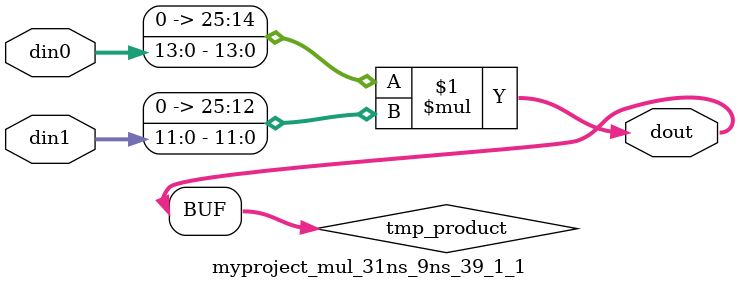
<source format=v>

`timescale 1 ns / 1 ps

  module myproject_mul_31ns_9ns_39_1_1(din0, din1, dout);
parameter ID = 1;
parameter NUM_STAGE = 0;
parameter din0_WIDTH = 14;
parameter din1_WIDTH = 12;
parameter dout_WIDTH = 26;

input [din0_WIDTH - 1 : 0] din0; 
input [din1_WIDTH - 1 : 0] din1; 
output [dout_WIDTH - 1 : 0] dout;

wire signed [dout_WIDTH - 1 : 0] tmp_product;










assign tmp_product = $signed({1'b0, din0}) * $signed({1'b0, din1});











assign dout = tmp_product;







endmodule

</source>
